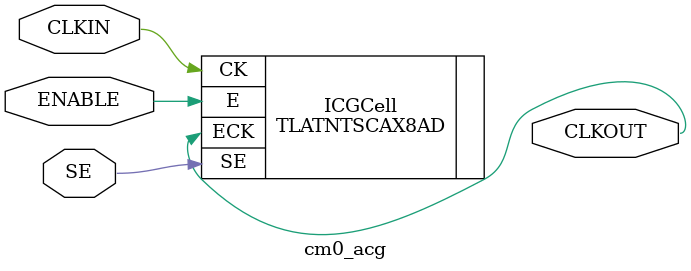
<source format=v>

module cm0_acg #(parameter CBAW = 0,
                   parameter ACG  = 1)
                  (input  wire CLKIN,
                   input  wire ENABLE,
                   input  wire SE,
                   output wire CLKOUT );

   // ------------------------------------------------------------
   // NOTE: THIS FILE PROVIDES AN EXAMPLE LIBRARY SPECIFIC ICG
   //       CELL INSTANTIATION. SIGNALS USED ARE AS FOLLOWS:
   //
   //          CLKIN  - CLOCK INPUT
   //          ENABLE - ACTIVE HIGH CLOCK ENABLE INPUT
   //          SE     - ENABLE BYPASS FOR SCAN TEST PURPOSES
   //          CLKOUT - CLOCK OUTPUT OF CLOCK GATE CELL
   //
   // ------------------------------------------------------------

   // ------------------------------------------------------------
   // Library specific clock gate cell instantiation
   // ------------------------------------------------------------ 

   TLATNTSCAX8AD ICGCell (.ECK  (CLKOUT),
                            .E  (ENABLE),
                            .SE (SE),
                            .CK (CLKIN));

endmodule

// ---------------------------------------------------------------
// EOF
// ---------------------------------------------------------------

</source>
